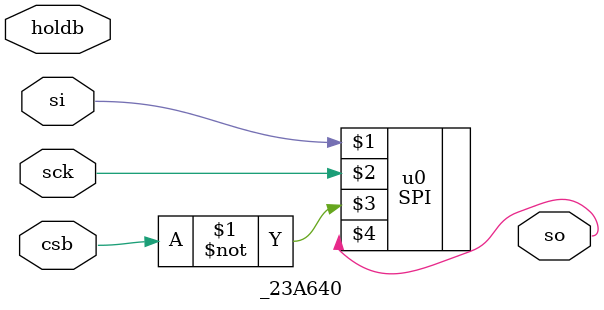
<source format=v>
module _23A640(csb, so, holdb, sck, si);
  input csb;
  output so;
  input holdb;
  input sck;
  input si;
  
  SPI u0(si, sck, ~csb, so);
endmodule

</source>
